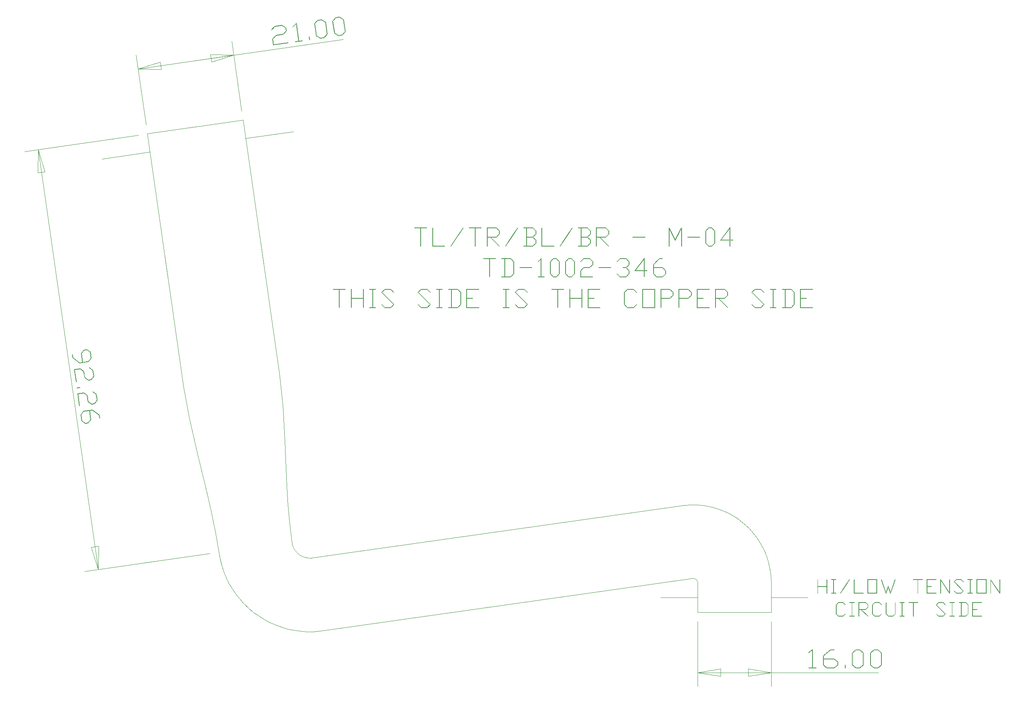
<source format=gbr>
G04 AutoGERB 2.0 for AutoCAD 14*
G04 RS274-X Output *
%FSLAX34Y34*%
%MOMM*%
%ADD12C,0.005000*%
%ADD13C,0.007000*%
G54D13*X1975749Y1848982D02*X1963005Y1848982D01*X1963005Y1809842*X1962125Y1809842*X1962125Y1848982*X1949380Y1848982*X1949380Y1849842*X1975749Y1849842*X1975749Y1848982*G54D13*X2015776Y1816276D02*X2008906Y1809439D01*X1988950Y1809439*X1988950Y1810292*X1995118Y1810292*X1995118Y1848982*X1988950Y1848982*X1988950Y1849842*X2008906Y1849842*X2015776Y1842972*X2015776Y1816276*G54D13*X2014889Y1816596D02*X2014889Y1842651D01*X2008558Y1848976*X1995978Y1848976*X1995978Y1810292*X2008558Y1810292*X2014889Y1816596*G54D13*X2054889Y1829184D02*X2028521Y1829184D01*X2028521Y1830071*X2054889Y1830071*X2054889Y1829184*G54D13*X2081285Y1809439D02*X2068091Y1809439D01*X2068091Y1810292*X2074258Y1810292*X2074258Y1848362*X2068412Y1842487*X2067770Y1843129*X2074504Y1849842*X2075118Y1849842*X2075118Y1810292*X2081285Y1810292*X2081285Y1809439*G54D13*X2114715Y1816276D02*X2107845Y1809439D01*X2100927Y1809439*X2094057Y1816276*X2094057Y1842972*X2100927Y1849842*X2107845Y1849842*X2114715Y1842972*X2114715Y1816276*G54D13*X2113829Y1816596D02*X2113829Y1842651D01*X2107525Y1848976*X2101248Y1848976*X2094944Y1842651*X2094944Y1816596*X2101248Y1810292*X2107525Y1810292*X2113829Y1816596*G54D13*X2147716Y1816276D02*X2140845Y1809439D01*X2133927Y1809439*X2127057Y1816276*X2127057Y1842972*X2133927Y1849842*X2140845Y1849842*X2147716Y1842972*X2147716Y1816276*G54D13*X2146829Y1816596D02*X2146829Y1842651D01*X2140525Y1848976*X2134248Y1848976*X2127944Y1842651*X2127944Y1816596*X2134248Y1810292*X2140525Y1810292*X2146829Y1816596*G54D13*X2187313Y1836047D02*X2180443Y1829184D01*X2167248Y1829184*X2160944Y1822880*X2160944Y1810292*X2186856Y1810292*X2186856Y1809439*X2160057Y1809439*X2160057Y1823200*X2166928Y1830064*X2180095Y1830064*X2186426Y1836395*X2186426Y1842651*X2180095Y1848982*X2167248Y1848982*X2160808Y1842487*X2160167Y1843129*X2166928Y1849842*X2180443Y1849842*X2187313Y1842972*X2187313Y1836047*G54D13*X2226426Y1829184D02*X2200057Y1829184D01*X2200057Y1830071*X2226426Y1830071*X2226426Y1829184*G54D13*X2266453Y1816276D02*X2259583Y1809439D01*X2246068Y1809439*X2239307Y1816119*X2239948Y1816760*X2246389Y1810292*X2259235Y1810292*X2265567Y1816596*X2265567Y1822880*X2259235Y1829184*X2252822Y1829184*X2252822Y1830064*X2259235Y1830064*X2265567Y1836395*X2265567Y1842651*X2259235Y1848982*X2246389Y1848982*X2239948Y1842487*X2239307Y1843129*X2246068Y1849842*X2259583Y1849842*X2266453Y1842972*X2266453Y1836047*X2260013Y1829641*X2266453Y1823200*X2266453Y1816276*G54D13*X2305567Y1822607D02*X2299426Y1822607D01*X2299426Y1809842*X2298539Y1809842*X2298539Y1822607*X2278311Y1822607*X2299426Y1850729*X2299426Y1823466*X2305567Y1823466*X2305567Y1822607*G54D13*X2298539Y1823466D02*X2298539Y1848095D01*X2280085Y1823466*X2298539Y1823466*G54D13*X2345594Y1816276D02*X2338724Y1809439D01*X2325208Y1809439*X2318338Y1816276*X2318338Y1836395*X2331806Y1849842*X2338539Y1849842*X2338539Y1848982*X2332126Y1848982*X2319225Y1836047*X2319225Y1830064*X2338724Y1830064*X2345594Y1823200*X2345594Y1816276*G54D13*X2344707Y1816596D02*X2344707Y1822880D01*X2338376Y1829184*X2319225Y1829184*X2319225Y1816596*X2325529Y1810292*X2338376Y1810292*X2344707Y1816596*G54D13*X1825749Y1915649D02*X1813005Y1915649D01*X1813005Y1876509*X1812125Y1876509*X1812125Y1915649*X1799380Y1915649*X1799380Y1916509*X1825749Y1916509*X1825749Y1915649*G54D13*X1865319Y1876106D02*X1838521Y1876106D01*X1838521Y1916079*X1839408Y1916079*X1839408Y1876959*X1865319Y1876959*X1865319Y1876106*G54D13*X1905292Y1915861D02*X1878896Y1876318D01*X1878145Y1876741*X1904514Y1916291*X1905292Y1915861*G54D13*X1944460Y1915649D02*X1931715Y1915649D01*X1931715Y1876509*X1930835Y1876509*X1930835Y1915649*X1918091Y1915649*X1918091Y1916509*X1944460Y1916509*X1944460Y1915649*G54D13*X1984487Y1902714D02*X1977617Y1895851D01*X1965302Y1895851*X1984350Y1876857*X1983709Y1876216*X1964101Y1895851*X1958118Y1895851*X1958118Y1876509*X1957231Y1876509*X1957231Y1916509*X1977617Y1916509*X1984487Y1909639*X1984487Y1902714*G54D13*X1983600Y1903062D02*X1983600Y1909318D01*X1977269Y1915643*X1958118Y1915643*X1958118Y1896731*X1977269Y1896731*X1983600Y1903062*G54D13*X2024003Y1915861D02*X1997606Y1876318D01*X1996856Y1876741*X2023225Y1916291*X2024003Y1915861*G54D13*X2063627Y1882943D02*X2056757Y1876106D01*X2036801Y1876106*X2036801Y1876959*X2042969Y1876959*X2042969Y1915649*X2036801Y1915649*X2036801Y1916509*X2056757Y1916509*X2063627Y1909639*X2063627Y1902714*X2057187Y1896308*X2063627Y1889867*X2063627Y1882943*G54D13*X2062740Y1903062D02*X2062740Y1909318D01*X2056409Y1915643*X2043829Y1915643*X2043829Y1896731*X2056409Y1896731*X2062740Y1903062*G54D13*X2062740Y1883263D02*X2062740Y1889547D01*X2056409Y1895851*X2043829Y1895851*X2043829Y1876959*X2056409Y1876959*X2062740Y1883263*G54D13*X2102740Y1876106D02*X2075942Y1876106D01*X2075942Y1916079*X2076829Y1916079*X2076829Y1876959*X2102740Y1876959*X2102740Y1876106*G54D13*X2142713Y1915861D02*X2116317Y1876318D01*X2115567Y1876741*X2141935Y1916291*X2142713Y1915861*G54D13*X2182338Y1882943D02*X2175468Y1876106D01*X2155512Y1876106*X2155512Y1876959*X2161679Y1876959*X2161679Y1915649*X2155512Y1915649*X2155512Y1916509*X2175468Y1916509*X2182338Y1909639*X2182338Y1902714*X2175897Y1896308*X2182338Y1889867*X2182338Y1882943*G54D13*X2181451Y1903062D02*X2181451Y1909318D01*X2175120Y1915643*X2162539Y1915643*X2162539Y1896731*X2175120Y1896731*X2181451Y1903062*G54D13*X2181451Y1883263D02*X2181451Y1889547D01*X2175120Y1895851*X2162539Y1895851*X2162539Y1876959*X2175120Y1876959*X2181451Y1883263*G54D13*X2221908Y1902714D02*X2215038Y1895851D01*X2202723Y1895851*X2221772Y1876857*X2221130Y1876216*X2201523Y1895851*X2195539Y1895851*X2195539Y1876509*X2194652Y1876509*X2194652Y1916509*X2215038Y1916509*X2221908Y1909639*X2221908Y1902714*G54D13*X2221021Y1903062D02*X2221021Y1909318D01*X2214690Y1915643*X2195539Y1915643*X2195539Y1896731*X2214690Y1896731*X2221021Y1903062*G54D13*X2300591Y1895851D02*X2274223Y1895851D01*X2274223Y1896738*X2300591Y1896738*X2300591Y1895851*G54D13*X2380189Y1876509D02*X2379302Y1876509D01*X2379302Y1914196*X2366558Y1888714*X2353820Y1914196*X2353820Y1876509*X2352933Y1876509*X2352933Y1916079*X2353875Y1916079*X2366558Y1890700*X2379247Y1916079*X2380189Y1916079*X2380189Y1876509*G54D13*X2419302Y1895851D02*X2392933Y1895851D01*X2392933Y1896738*X2419302Y1896738*X2419302Y1895851*G54D13*X2452732Y1882943D02*X2445862Y1876106D01*X2438944Y1876106*X2432073Y1882943*X2432073Y1909639*X2438944Y1916509*X2445862Y1916509*X2452732Y1909639*X2452732Y1882943*G54D13*X2451845Y1883263D02*X2451845Y1909318D01*X2445541Y1915643*X2439264Y1915643*X2432960Y1909318*X2432960Y1883263*X2439264Y1876959*X2445541Y1876959*X2451845Y1883263*G54D13*X2491872Y1889274D02*X2485732Y1889274D01*X2485732Y1876509*X2484845Y1876509*X2484845Y1889274*X2464617Y1889274*X2485732Y1917396*X2485732Y1890133*X2491872Y1890133*X2491872Y1889274*G54D13*X2484845Y1890133D02*X2484845Y1914762D01*X2466390Y1890133*X2484845Y1890133*G54D12*X1578318Y1198617D02*X2381197Y1312607D01*G54D12*X1600809Y1040206D02*X2403687Y1154196D01*G54D13*X1649082Y1782316D02*X1636338Y1782316D01*X1636338Y1743176*X1635458Y1743176*X1635458Y1782316*X1622713Y1782316*X1622713Y1783176*X1649082Y1783176*X1649082Y1782316*G54D13*X1689109Y1743176D02*X1688222Y1743176D01*X1688222Y1762518*X1662741Y1762518*X1662741Y1743176*X1661854Y1743176*X1661854Y1782746*X1662741Y1782746*X1662741Y1763398*X1688222Y1763398*X1688222Y1782746*X1689109Y1782746*X1689109Y1743176*G54D13*X1715048Y1742773D02*X1701854Y1742773D01*X1701854Y1743626*X1708021Y1743626*X1708021Y1782316*X1701854Y1782316*X1701854Y1783176*X1715048Y1783176*X1715048Y1782316*X1708881Y1782316*X1708881Y1743626*X1715048Y1743626*X1715048Y1742773*G54D13*X1755239Y1749773D02*X1748205Y1742773D01*X1734690Y1742773*X1727929Y1749453*X1728570Y1750094*X1735011Y1743626*X1747857Y1743626*X1754032Y1749773*X1727656Y1776142*X1734690Y1783176*X1748205Y1783176*X1754939Y1776463*X1754298Y1775821*X1747857Y1782316*X1735011Y1782316*X1728864Y1776142*X1755239Y1749773*G54D13*X1834380Y1749773D02*X1827346Y1742773D01*X1813830Y1742773*X1807069Y1749453*X1807711Y1750094*X1814151Y1743626*X1826998Y1743626*X1833172Y1749773*X1806797Y1776142*X1813830Y1783176*X1827346Y1783176*X1834079Y1776463*X1833438Y1775821*X1826998Y1782316*X1814151Y1782316*X1808004Y1776142*X1834380Y1749773*G54D13*X1860155Y1742773D02*X1846960Y1742773D01*X1846960Y1743626*X1853128Y1743626*X1853128Y1782316*X1846960Y1782316*X1846960Y1783176*X1860155Y1783176*X1860155Y1782316*X1853987Y1782316*X1853987Y1743626*X1860155Y1743626*X1860155Y1742773*G54D13*X1900182Y1749610D02*X1893312Y1742773D01*X1873356Y1742773*X1873356Y1743626*X1879524Y1743626*X1879524Y1782316*X1873356Y1782316*X1873356Y1783176*X1893312Y1783176*X1900182Y1776306*X1900182Y1749610*G54D13*X1899295Y1749930D02*X1899295Y1775985D01*X1892964Y1782310*X1880383Y1782310*X1880383Y1743626*X1892964Y1743626*X1899295Y1749930*G54D13*X1939295Y1742773D02*X1912497Y1742773D01*X1912497Y1783176*X1939295Y1783176*X1939295Y1782316*X1913384Y1782316*X1913384Y1763398*X1926121Y1763398*X1926121Y1762518*X1913384Y1762518*X1913384Y1743626*X1939295Y1743626*X1939295Y1742773*G54D13*X2005261Y1742773D02*X1992067Y1742773D01*X1992067Y1743626*X1998234Y1743626*X1998234Y1782316*X1992067Y1782316*X1992067Y1783176*X2005261Y1783176*X2005261Y1782316*X1999094Y1782316*X1999094Y1743626*X2005261Y1743626*X2005261Y1742773*G54D13*X2045453Y1749773D02*X2038419Y1742773D01*X2024903Y1742773*X2018142Y1749453*X2018784Y1750094*X2025224Y1743626*X2038071Y1743626*X2044245Y1749773*X2017869Y1776142*X2024903Y1783176*X2038419Y1783176*X2045152Y1776463*X2044511Y1775821*X2038071Y1782316*X2025224Y1782316*X2019077Y1776142*X2045453Y1749773*G54D13*X2123972Y1782316D02*X2111228Y1782316D01*X2111228Y1743176*X2110348Y1743176*X2110348Y1782316*X2097603Y1782316*X2097603Y1783176*X2123972Y1783176*X2123972Y1782316*G54D13*X2163999Y1743176D02*X2163112Y1743176D01*X2163112Y1762518*X2137631Y1762518*X2137631Y1743176*X2136744Y1743176*X2136744Y1782746*X2137631Y1782746*X2137631Y1763398*X2163112Y1763398*X2163112Y1782746*X2163999Y1782746*X2163999Y1743176*G54D13*X2203112Y1742773D02*X2176314Y1742773D01*X2176314Y1783176*X2203112Y1783176*X2203112Y1782316*X2177201Y1782316*X2177201Y1763398*X2189938Y1763398*X2189938Y1762518*X2177201Y1762518*X2177201Y1743626*X2203112Y1743626*X2203112Y1742773*G54D13*X2282573Y1749453D02*X2275840Y1742773D01*X2262324Y1742773*X2255454Y1749610*X2255454Y1776306*X2262324Y1783176*X2275840Y1783176*X2282573Y1776463*X2281932Y1775821*X2275492Y1782316*X2262645Y1782316*X2256341Y1775985*X2256341Y1749930*X2262645Y1743626*X2275492Y1743626*X2281932Y1750094*X2282573Y1749453*G54D13*X2322280Y1742773D02*X2295024Y1742773D01*X2295024Y1783176*X2322280Y1783176*X2322280Y1742773*G54D13*X2321393Y1743626D02*X2321393Y1782310D01*X2295911Y1782310*X2295911Y1743626*X2321393Y1743626*G54D13*X2361850Y1769381D02*X2354980Y1762518D01*X2335482Y1762518*X2335482Y1743176*X2334595Y1743176*X2334595Y1783176*X2354980Y1783176*X2361850Y1776306*X2361850Y1769381*G54D13*X2360963Y1769729D02*X2360963Y1775985D01*X2354632Y1782310*X2335482Y1782310*X2335482Y1763398*X2354632Y1763398*X2360963Y1769729*G54D13*X2401420Y1769381D02*X2394550Y1762518D01*X2375052Y1762518*X2375052Y1743176*X2374165Y1743176*X2374165Y1783176*X2394550Y1783176*X2401420Y1776306*X2401420Y1769381*G54D13*X2400534Y1769729D02*X2400534Y1775985D01*X2394202Y1782310*X2375052Y1782310*X2375052Y1763398*X2394202Y1763398*X2400534Y1769729*G54D13*X2440534Y1742773D02*X2413735Y1742773D01*X2413735Y1783176*X2440534Y1783176*X2440534Y1782316*X2414622Y1782316*X2414622Y1763398*X2427359Y1763398*X2427359Y1762518*X2414622Y1762518*X2414622Y1743626*X2440534Y1743626*X2440534Y1742773*G54D13*X2480561Y1769381D02*X2473691Y1762518D01*X2461376Y1762518*X2480424Y1743524*X2479783Y1742883*X2460175Y1762518*X2454192Y1762518*X2454192Y1743176*X2453305Y1743176*X2453305Y1783176*X2473691Y1783176*X2480561Y1776306*X2480561Y1769381*G54D13*X2479674Y1769729D02*X2479674Y1775985D01*X2473343Y1782310*X2454192Y1782310*X2454192Y1763398*X2473343Y1763398*X2479674Y1769729*G54D13*X2559865Y1749773D02*X2552831Y1742773D01*X2539316Y1742773*X2532555Y1749453*X2533196Y1750094*X2539636Y1743626*X2552483Y1743626*X2558657Y1749773*X2532282Y1776142*X2539316Y1783176*X2552831Y1783176*X2559565Y1776463*X2558923Y1775821*X2552483Y1782316*X2539636Y1782316*X2533489Y1776142*X2559865Y1749773*G54D13*X2585640Y1742773D02*X2572446Y1742773D01*X2572446Y1743626*X2578613Y1743626*X2578613Y1782316*X2572446Y1782316*X2572446Y1783176*X2585640Y1783176*X2585640Y1782316*X2579473Y1782316*X2579473Y1743626*X2585640Y1743626*X2585640Y1742773*G54D13*X2625667Y1749610D02*X2618797Y1742773D01*X2598842Y1742773*X2598842Y1743626*X2605009Y1743626*X2605009Y1782316*X2598842Y1782316*X2598842Y1783176*X2618797Y1783176*X2625667Y1776306*X2625667Y1749610*G54D13*X2624781Y1749930D02*X2624781Y1775985D01*X2618449Y1782310*X2605869Y1782310*X2605869Y1743626*X2618449Y1743626*X2624781Y1749930*G54D13*X2664781Y1742773D02*X2637982Y1742773D01*X2637982Y1783176*X2664781Y1783176*X2664781Y1782316*X2638869Y1782316*X2638869Y1763398*X2651606Y1763398*X2651606Y1762518*X2638869Y1762518*X2638869Y1743626*X2664781Y1743626*X2664781Y1742773*G54D12*X1521363Y1372766D02*X1517860Y1454805D01*X1513299Y1530800*X1505716Y1600287*G54D12*X1346644Y1347757D02*X1326992Y1427484D01*X1310050Y1501707*X1297835Y1570530*G54D13*X1071337Y1622299D02*X1056123Y1633726D01*X1055165Y1640419*X1056010Y1640539*X1056922Y1634164*X1071528Y1623223*X1077452Y1624070*X1074689Y1643372*X1080509Y1651146*X1087364Y1652127*X1095138Y1646299*X1097053Y1632920*X1091226Y1625146*X1071337Y1622299*G54D13*X1078323Y1624195D02*X1090783Y1625979D01*X1096147Y1633142*X1094326Y1645859*X1087172Y1651204*X1080979Y1650317*X1075605Y1643180*X1078323Y1624195*G54D13*X1089978Y1584994D02*X1082211Y1590822D01*X1080341Y1603883*X1073208Y1609230*X1060747Y1607447*X1064418Y1581797*X1063574Y1581676*X1059776Y1608204*X1073399Y1610154*X1081167Y1604326*X1083033Y1591292*X1090197Y1585921*X1096390Y1586808*X1101760Y1593972*X1099939Y1606689*X1092597Y1612144*X1093142Y1612870*X1100745Y1607128*X1102660Y1593750*X1096833Y1585975*X1089978Y1584994*G54D13*X1065908Y1568212D02*X1065782Y1569090D01*X1072313Y1570025*X1072438Y1569147*X1065908Y1568212*G54D13*X1097455Y1532755D02*X1089688Y1538583D01*X1087819Y1551645*X1080685Y1556992*X1068224Y1555208*X1071896Y1529558*X1071051Y1529437*X1067254Y1555965*X1080876Y1557915*X1088644Y1552087*X1090510Y1539052*X1097674Y1533682*X1103867Y1534568*X1109237Y1541733*X1107417Y1554450*X1100075Y1559905*X1100619Y1560631*X1108223Y1554890*X1110138Y1541510*X1104311Y1533736*X1097455Y1532755*G54D13*X1083491Y1490782D02*X1075749Y1496614D01*X1073834Y1509993*X1079629Y1517763*X1099545Y1520614*X1114765Y1509187*X1115719Y1502521*X1114867Y1502400*X1113959Y1508748*X1099326Y1519687*X1093403Y1518839*X1096166Y1499537*X1090345Y1491763*X1083491Y1490782*G54D13*X1083682Y1491706D02*X1089903Y1492596D01*X1095246Y1499757*X1092532Y1518714*X1080071Y1516931*X1074724Y1509797*X1076545Y1497080*X1083682Y1491706*G54D12*X1354791Y1207919D02*X1082649Y1168964D01*G54D12*X1199319Y2117631D02*X951926Y2082219D01*G54D12*X1112347Y1173215D02*X1046985Y1629842D01*G54D12*X981623Y2086470D02*X1046985Y1629842D01*G54D12*X1113181Y1223844D02*X1097342Y1221577D01*X1112347Y1173215*X1112347Y1173215*X1113181Y1223844*G54D12*X980789Y2035840D02*X996627Y2038108D01*X981623Y2086470*X981623Y2086470*X980789Y2035840*G54D12*X1374714Y1209881D02*X1377164Y1196181D01*X1380561Y1182684*X1384888Y1169457*X1390125Y1156563*X1396245Y1144064*X1403221Y1132021*X1411016Y1120492*X1419595Y1109533*X1428915Y1099198*X1438931Y1089535*X1449595Y1080593*X1460855Y1072413*X1472657Y1065037*X1484943Y1058499*X1497654Y1052832*X1510728Y1048062*X1524103Y1044213*X1537712Y1041303*X1551491Y1039347*X1565373Y1038354*X1579290Y1038329*X1593175Y1039271*X1600809Y1040206*G54D12*X1374589Y1210752D02*X1367349Y1254164D01*X1357902Y1299845*X1346644Y1347757*G54D12*X1374714Y1209881D02*X1374589Y1210752D01*G54D12*X1532974Y1233424D02*X1527745Y1277123D01*X1523998Y1323620*X1521363Y1372766*G54D12*X1533099Y1232552D02*X1533589Y1229812D01*X1534269Y1227113*X1535134Y1224467*X1536181Y1221888*X1537406Y1219389*X1538801Y1216980*X1540360Y1214674*X1542076Y1212482*X1543940Y1210415*X1545943Y1208483*X1548076Y1206694*X1550328Y1205058*X1552688Y1203583*X1555145Y1202276*X1557687Y1201142*X1560302Y1200188*X1562977Y1199418*X1565699Y1198836*X1568455Y1198445*X1571231Y1198247*X1574014Y1198242*X1576792Y1198430*X1578318Y1198617*G54D12*X1533099Y1232552D02*X1532974Y1233424D01*G54D12*X1432666Y2110624D02*X1536607Y2125502D01*G54D12*X1505716Y1600287D02*X1426999Y2150221D01*G54D13*X1521349Y2344516D02*X1514160Y2336554D01*X1498486Y2334311*X1491891Y2326998*X1493674Y2314537*X1524455Y2318943*X1524575Y2318099*X1492742Y2313542*X1490792Y2327164*X1497980Y2335127*X1513622Y2337366*X1520245Y2344710*X1519359Y2350903*X1510941Y2356093*X1495681Y2353909*X1488951Y2346384*X1488098Y2346911*X1495178Y2354706*X1511233Y2357004*X1520367Y2351371*X1521349Y2344516*G54D13*X1555932Y2322587D02*X1540258Y2320344D01*X1540137Y2321188*X1547463Y2322237*X1542069Y2359923*X1535956Y2353113*X1535103Y2353639*X1542151Y2361430*X1542881Y2361534*X1548485Y2322383*X1555811Y2323432*X1555932Y2322587*G54D13*X1572099Y2325309D02*X1571045Y2325158D01*X1570110Y2331688*X1571165Y2331839*X1572099Y2325309*G54D13*X1610355Y2337284D02*X1603163Y2329348D01*X1594945Y2328172*X1585816Y2333772*X1582033Y2360198*X1589220Y2368167*X1597438Y2369343*X1606573Y2363711*X1610355Y2337284*G54D13*X1609257Y2337450D02*X1605565Y2363242D01*X1597180Y2368432*X1589724Y2367364*X1583132Y2360031*X1586824Y2334239*X1595205Y2329071*X1602661Y2330138*X1609257Y2337450*G54D13*X1649556Y2342895D02*X1642364Y2334959D01*X1634147Y2333783*X1625016Y2339383*X1621233Y2365809*X1628422Y2373778*X1636639Y2374955*X1645773Y2369322*X1649556Y2342895*G54D13*X1648457Y2343061D02*X1644765Y2368853D01*X1636381Y2374043*X1628925Y2372975*X1622333Y2365642*X1626025Y2339850*X1634406Y2334682*X1641862Y2335749*X1648457Y2343061*G54D12*X1216284Y2140263D02*X1194638Y2291482D01*G54D12*X1424165Y2170019D02*X1402519Y2321239D01*G54D12*X1198889Y2261785D02*X1302829Y2276663D01*G54D12*X1406770Y2291541D02*X1302829Y2276663D01*G54D12*X1302829Y2276663D02*X1645162Y2325665D01*G54D12*X1249518Y2260951D02*X1247251Y2276789D01*X1198889Y2261785*X1198889Y2261785*X1249518Y2260951*G54D12*X1356141Y2292376D02*X1358408Y2276537D01*X1406770Y2291541*X1406770Y2291541*X1356141Y2292376*G54D12*X1297835Y1570530D02*X1219117Y2120465D01*G54D12*X1219117Y2120465D02*X1426999Y2150221D01*G54D12*X1120845Y2065990D02*X1224785Y2080868D01*G54D13*X2735970Y1076741D02*X2730920Y1071732D01*X2720783Y1071732*X2715631Y1076859*X2715631Y1096881*X2720783Y1102034*X2730920Y1102034*X2735970Y1096999*X2735489Y1096518*X2730659Y1101389*X2721024Y1101389*X2716296Y1096641*X2716296Y1077100*X2721024Y1072372*X2730659Y1072372*X2735489Y1077222*X2735970Y1076741*G54D13*X2755527Y1071732D02*X2745631Y1071732D01*X2745631Y1072372*X2750256Y1072372*X2750256Y1101389*X2745631Y1101389*X2745631Y1102034*X2755527Y1102034*X2755527Y1101389*X2750901Y1101389*X2750901Y1072372*X2755527Y1072372*X2755527Y1071732*G54D13*X2785547Y1091688D02*X2780394Y1086540D01*X2771159Y1086540*X2785445Y1072295*X2784964Y1071814*X2770258Y1086540*X2765770Y1086540*X2765770Y1072034*X2765105Y1072034*X2765105Y1102034*X2780394Y1102034*X2785547Y1096881*X2785547Y1091688*G54D13*X2784882Y1091949D02*X2784882Y1096641D01*X2780133Y1101384*X2765770Y1101384*X2765770Y1087200*X2780133Y1087200*X2784882Y1091949*G54D13*X2815122Y1076741D02*X2810072Y1071732D01*X2799936Y1071732*X2794783Y1076859*X2794783Y1096881*X2799936Y1102034*X2810072Y1102034*X2815122Y1096999*X2814641Y1096518*X2809811Y1101389*X2800176Y1101389*X2795448Y1096641*X2795448Y1077100*X2800176Y1072372*X2809811Y1072372*X2814641Y1077222*X2815122Y1076741*G54D13*X2844902Y1076859D02*X2839750Y1071732D01*X2829613Y1071732*X2824461Y1076859*X2824461Y1101712*X2825126Y1101712*X2825126Y1077100*X2829854Y1072372*X2839489Y1072372*X2844237Y1077100*X2844237Y1101712*X2844902Y1101712*X2844902Y1076859*G54D13*X2864357Y1071732D02*X2854461Y1071732D01*X2854461Y1072372*X2859086Y1072372*X2859086Y1101389*X2854461Y1101389*X2854461Y1102034*X2864357Y1102034*X2864357Y1101389*X2859731Y1101389*X2859731Y1072372*X2864357Y1072372*X2864357Y1071732*G54D13*X2894034Y1101389D02*X2884476Y1101389D01*X2884476Y1072034*X2883816Y1072034*X2883816Y1101389*X2874258Y1101389*X2874258Y1102034*X2894034Y1102034*X2894034Y1101389*G54D13*X2953855Y1076982D02*X2948580Y1071732D01*X2938443Y1071732*X2933372Y1076741*X2933853Y1077222*X2938684Y1072372*X2948319Y1072372*X2952949Y1076982*X2933168Y1096759*X2938443Y1102034*X2948580Y1102034*X2953630Y1096999*X2953149Y1096518*X2948319Y1101389*X2938684Y1101389*X2934073Y1096759*X2953855Y1076982*G54D13*X2973186Y1071732D02*X2963291Y1071732D01*X2963291Y1072372*X2967916Y1072372*X2967916Y1101389*X2963291Y1101389*X2963291Y1102034*X2973186Y1102034*X2973186Y1101389*X2968561Y1101389*X2968561Y1072372*X2973186Y1072372*X2973186Y1071732*G54D13*X3003207Y1076859D02*X2998054Y1071732D01*X2983088Y1071732*X2983088Y1072372*X2987713Y1072372*X2987713Y1101389*X2983088Y1101389*X2983088Y1102034*X2998054Y1102034*X3003207Y1096881*X3003207Y1076859*G54D13*X3002542Y1077100D02*X3002542Y1096641D01*X2997793Y1101384*X2988358Y1101384*X2988358Y1072372*X2997793Y1072372*X3002542Y1077100*G54D13*X3032542Y1071732D02*X3012443Y1071732D01*X3012443Y1102034*X3032542Y1102034*X3032542Y1101389*X3013108Y1101389*X3013108Y1087200*X3022661Y1087200*X3022661Y1086540*X3013108Y1086540*X3013108Y1072372*X3032542Y1072372*X3032542Y1071732*G54D13*X2696072Y1122034D02*X2695407Y1122034D01*X2695407Y1136540*X2676296Y1136540*X2676296Y1122034*X2675631Y1122034*X2675631Y1151712*X2676296Y1151712*X2676296Y1137200*X2695407Y1137200*X2695407Y1151712*X2696072Y1151712*X2696072Y1122034*G54D13*X2715527Y1121732D02*X2705631Y1121732D01*X2705631Y1122372*X2710256Y1122372*X2710256Y1151389*X2705631Y1151389*X2705631Y1152034*X2715527Y1152034*X2715527Y1151389*X2710901Y1151389*X2710901Y1122372*X2715527Y1122372*X2715527Y1121732*G54D13*X2745506Y1151548D02*X2725709Y1121891D01*X2725146Y1122208*X2744923Y1151870*X2745506Y1151548*G54D13*X2774882Y1121732D02*X2754783Y1121732D01*X2754783Y1151712*X2755448Y1151712*X2755448Y1122372*X2774882Y1122372*X2774882Y1121732*G54D13*X2804902Y1121732D02*X2784461Y1121732D01*X2784461Y1152034*X2804902Y1152034*X2804902Y1121732*G54D13*X2804237Y1122372D02*X2804237Y1151384D01*X2785126Y1151384*X2785126Y1122372*X2804237Y1122372*G54D13*X2844461Y1151584D02*X2834580Y1122034D01*X2833894Y1122034*X2829289Y1135834*X2824699Y1122034*X2824019Y1122034*X2814138Y1151584*X2814803Y1151829*X2824357Y1123078*X2829289Y1137906*X2834237Y1123078*X2843795Y1151829*X2844461Y1151584*G54D13*X2903488Y1151389D02*X2893930Y1151389D01*X2893930Y1122034*X2893270Y1122034*X2893270Y1151389*X2883712Y1151389*X2883712Y1152034*X2903488Y1152034*X2903488Y1151389*G54D13*X2933166Y1121732D02*X2913067Y1121732D01*X2913067Y1152034*X2933166Y1152034*X2933166Y1151389*X2913732Y1151389*X2913732Y1137200*X2923285Y1137200*X2923285Y1136540*X2913732Y1136540*X2913732Y1122372*X2933166Y1122372*X2933166Y1121732*G54D13*X2963186Y1122034D02*X2962480Y1122034D01*X2943410Y1150642*X2943410Y1122034*X2942745Y1122034*X2942745Y1151691*X2943466Y1151712*X2962521Y1123119*X2962521Y1151712*X2963186Y1151712*X2963186Y1122034*G54D13*X2992987Y1126982D02*X2987711Y1121732D01*X2977575Y1121732*X2972504Y1126741*X2972985Y1127222*X2977816Y1122372*X2987451Y1122372*X2992081Y1126982*X2972300Y1146759*X2977575Y1152034*X2987711Y1152034*X2992762Y1146999*X2992281Y1146518*X2987451Y1151389*X2977816Y1151389*X2973205Y1146759*X2992987Y1126982*G54D13*X3012318Y1121732D02*X3002422Y1121732D01*X3002422Y1122372*X3007048Y1122372*X3007048Y1151389*X3002422Y1151389*X3002422Y1152034*X3012318Y1152034*X3012318Y1151389*X3007693Y1151389*X3007693Y1122372*X3012318Y1122372*X3012318Y1121732*G54D13*X3042339Y1121732D02*X3021897Y1121732D01*X3021897Y1152034*X3042339Y1152034*X3042339Y1121732*G54D13*X3041674Y1122372D02*X3041674Y1151384D01*X3022562Y1151384*X3022562Y1122372*X3041674Y1122372*G54D13*X3072016Y1122034D02*X3071310Y1122034D01*X3052240Y1150642*X3052240Y1122034*X3051575Y1122034*X3051575Y1151691*X3052296Y1151712*X3071351Y1123119*X3071351Y1151712*X3072016Y1151712*X3072016Y1122034*G54D13*X2672237Y959038D02*X2656404Y959038D01*X2656404Y959891*X2663805Y959891*X2663805Y997961*X2656789Y992086*X2656019Y992728*X2664099Y999441*X2664836Y999441*X2664836Y959891*X2672237Y959891*X2672237Y959038*G54D13*X2720270Y965875D02*X2712026Y959038D01*X2695807Y959038*X2687563Y965875*X2687563Y985994*X2703724Y999441*X2711805Y999441*X2711805Y998581*X2704109Y998581*X2688628Y985646*X2688628Y979663*X2712026Y979663*X2720270Y972799*X2720270Y965875*G54D13*X2719206Y966195D02*X2719206Y972479D01*X2711608Y978783*X2688628Y978783*X2688628Y966195*X2696192Y959891*X2711608Y959891*X2719206Y966195*G54D13*X2736112Y959441D02*X2735047Y959441D01*X2735047Y966038*X2736112Y966038*X2736112Y959441*G54D13*X2775679Y965875D02*X2767435Y959038D01*X2759133Y959038*X2750889Y965875*X2750889Y992571*X2759133Y999441*X2767435Y999441*X2775679Y992571*X2775679Y965875*G54D13*X2774615Y966195D02*X2774615Y992250D01*X2767050Y998575*X2759518Y998575*X2751953Y992250*X2751953Y966195*X2759518Y959891*X2767050Y959891*X2774615Y966195*G54D13*X2815279Y965875D02*X2807035Y959038D01*X2798734Y959038*X2790489Y965875*X2790489Y992571*X2798734Y999441*X2807035Y999441*X2815279Y992571*X2815279Y965875*G54D13*X2814215Y966195D02*X2814215Y992250D01*X2806650Y998575*X2799118Y998575*X2791554Y992250*X2791554Y966195*X2799118Y959891*X2806650Y959891*X2814215Y966195*G54D12*X2415093Y1060295D02*X2415093Y919441D01*G54D12*X2575093Y1060295D02*X2575093Y919441D01*G54D12*X2415093Y949441D02*X2495093Y949441D01*G54D12*X2575093Y949441D02*X2495093Y949441D01*G54D12*X2495093Y949441D02*X2808487Y949441D01*G54D12*X2465093Y941441D02*X2465093Y957441D01*X2415093Y949441*X2415093Y949441*X2465093Y941441*G54D12*X2525093Y957441D02*X2525093Y941441D01*X2575093Y949441*X2575093Y949441*X2525093Y957441*G54D12*X2575093Y1144295D02*X2574681Y1156118D01*X2573449Y1167883*X2571401Y1179534*X2568547Y1191014*X2564903Y1202268*X2560484Y1213242*X2555313Y1223881*X2549415Y1234136*X2542817Y1243955*X2535553Y1253291*X2527657Y1262100*X2519168Y1270339*X2510126Y1277967*X2500576Y1284947*X2490563Y1291247*X2480137Y1296835*X2469347Y1301685*X2458246Y1305772*X2446887Y1309078*X2435327Y1311585*X2423620Y1313283*X2411823Y1314162*X2399993Y1314219*X2388188Y1313453*X2381197Y1312607*G54D12*X2415093Y1080295D02*X2575093Y1080295D01*G54D12*X2415093Y1080295D02*X2415093Y1144295D01*G54D12*X2335093Y1112295D02*X2414891Y1112295D01*G54D12*X2415093Y1144295D02*X2415069Y1144991D01*X2414996Y1145683*X2414876Y1146368*X2414708Y1147044*X2414494Y1147706*X2414234Y1148351*X2413929Y1148977*X2413583Y1149580*X2413194Y1150158*X2412767Y1150707*X2412303Y1151225*X2411803Y1151710*X2411271Y1152158*X2410710Y1152569*X2410121Y1152940*X2409507Y1153268*X2408873Y1153554*X2408220Y1153794*X2407552Y1153988*X2406871Y1154136*X2406183Y1154236*X2405489Y1154288*X2404793Y1154291*X2404099Y1154246*X2403687Y1154196*G54D12*X2575081Y1112295D02*X2655093Y1112295D01*G54D12*X2575093Y1080295D02*X2575093Y1144295D01*M02*
</source>
